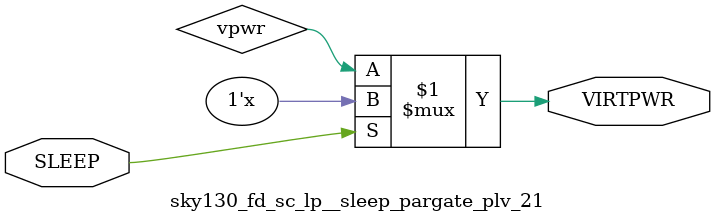
<source format=v>
/*
 * Copyright 2020 The SkyWater PDK Authors
 *
 * Licensed under the Apache License, Version 2.0 (the "License");
 * you may not use this file except in compliance with the License.
 * You may obtain a copy of the License at
 *
 *     https://www.apache.org/licenses/LICENSE-2.0
 *
 * Unless required by applicable law or agreed to in writing, software
 * distributed under the License is distributed on an "AS IS" BASIS,
 * WITHOUT WARRANTIES OR CONDITIONS OF ANY KIND, either express or implied.
 * See the License for the specific language governing permissions and
 * limitations under the License.
 *
 * SPDX-License-Identifier: Apache-2.0
*/


`ifndef SKY130_FD_SC_LP__SLEEP_PARGATE_PLV_21_FUNCTIONAL_V
`define SKY130_FD_SC_LP__SLEEP_PARGATE_PLV_21_FUNCTIONAL_V

/**
 * sleep_pargate_plv: ????.
 *
 * Verilog simulation functional model.
 */

`timescale 1ns / 1ps
`default_nettype none

`celldefine
module sky130_fd_sc_lp__sleep_pargate_plv_21 (
    VIRTPWR,
    SLEEP
);

    // Module ports
    output VIRTPWR;
    input  SLEEP  ;

    // Local signals
    wire vgnd;
    wire vpwr;

    //       Name       Output   Other arguments
    pulldown pulldown0 (vgnd   );
    bufif0   bufif00   (VIRTPWR, vpwr, SLEEP    );

endmodule
`endcelldefine

`default_nettype wire
`endif  // SKY130_FD_SC_LP__SLEEP_PARGATE_PLV_21_FUNCTIONAL_V

</source>
